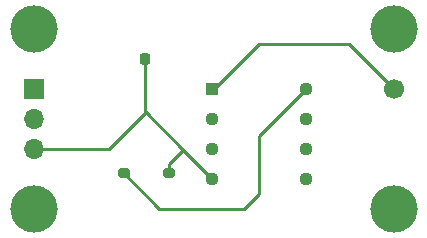
<source format=gbr>
%TF.GenerationSoftware,KiCad,Pcbnew,6.0.11+dfsg-1*%
%TF.CreationDate,2025-05-12T20:35:14-06:00*%
%TF.ProjectId,voltage_mapper,766f6c74-6167-4655-9f6d-61707065722e,rev?*%
%TF.SameCoordinates,Original*%
%TF.FileFunction,Copper,L2,Bot*%
%TF.FilePolarity,Positive*%
%FSLAX46Y46*%
G04 Gerber Fmt 4.6, Leading zero omitted, Abs format (unit mm)*
G04 Created by KiCad (PCBNEW 6.0.11+dfsg-1) date 2025-05-12 20:35:14*
%MOMM*%
%LPD*%
G01*
G04 APERTURE LIST*
G04 Aperture macros list*
%AMRoundRect*
0 Rectangle with rounded corners*
0 $1 Rounding radius*
0 $2 $3 $4 $5 $6 $7 $8 $9 X,Y pos of 4 corners*
0 Add a 4 corners polygon primitive as box body*
4,1,4,$2,$3,$4,$5,$6,$7,$8,$9,$2,$3,0*
0 Add four circle primitives for the rounded corners*
1,1,$1+$1,$2,$3*
1,1,$1+$1,$4,$5*
1,1,$1+$1,$6,$7*
1,1,$1+$1,$8,$9*
0 Add four rect primitives between the rounded corners*
20,1,$1+$1,$2,$3,$4,$5,0*
20,1,$1+$1,$4,$5,$6,$7,0*
20,1,$1+$1,$6,$7,$8,$9,0*
20,1,$1+$1,$8,$9,$2,$3,0*%
G04 Aperture macros list end*
%TA.AperFunction,ComponentPad*%
%ADD10C,1.700000*%
%TD*%
%TA.AperFunction,ComponentPad*%
%ADD11R,1.700000X1.700000*%
%TD*%
%TA.AperFunction,ComponentPad*%
%ADD12O,1.700000X1.700000*%
%TD*%
%TA.AperFunction,ComponentPad*%
%ADD13RoundRect,0.200000X-0.275000X0.200000X-0.275000X-0.200000X0.275000X-0.200000X0.275000X0.200000X0*%
%TD*%
%TA.AperFunction,ComponentPad*%
%ADD14RoundRect,0.218750X0.218750X0.256250X-0.218750X0.256250X-0.218750X-0.256250X0.218750X-0.256250X0*%
%TD*%
%TA.AperFunction,ComponentPad*%
%ADD15R,1.130000X1.130000*%
%TD*%
%TA.AperFunction,ComponentPad*%
%ADD16C,1.130000*%
%TD*%
%TA.AperFunction,ViaPad*%
%ADD17C,4.000000*%
%TD*%
%TA.AperFunction,Conductor*%
%ADD18C,0.250000*%
%TD*%
G04 APERTURE END LIST*
D10*
%TO.P,J2,1,Pin_1*%
%TO.N,/OUT1*%
X157480000Y-93980000D03*
%TD*%
D11*
%TO.P,J1,1,Pin_1*%
%TO.N,+5V*%
X127000000Y-93995000D03*
D12*
%TO.P,J1,2,Pin_2*%
%TO.N,+15V*%
X127000000Y-96535000D03*
%TO.P,J1,3,Pin_3*%
%TO.N,GND*%
X127000000Y-99075000D03*
%TD*%
D13*
%TO.P,R4,2*%
%TO.N,GND*%
X138430000Y-101155000D03*
%TD*%
D14*
%TO.P,Z1,2,A*%
%TO.N,GND*%
X136372500Y-91440000D03*
%TD*%
D15*
%TO.P,LM358,1,OUT1*%
%TO.N,/OUT1*%
X142080000Y-93980000D03*
D16*
%TO.P,LM358,2,IN1-*%
%TO.N,Net-(LM1-Pad2)*%
X142080000Y-96520000D03*
%TO.P,LM358,3,IN1+*%
%TO.N,Net-(LM1-Pad3)*%
X142080000Y-99060000D03*
%TO.P,LM358,4,V-*%
%TO.N,GND*%
X142080000Y-101600000D03*
%TO.P,LM358,5,IN2+*%
%TO.N,unconnected-(LM1-Pad5)*%
X150020000Y-101600000D03*
%TO.P,LM358,6,IN2-*%
%TO.N,unconnected-(LM1-Pad6)*%
X150020000Y-99060000D03*
%TO.P,LM358,7,OUT2*%
%TO.N,unconnected-(LM1-Pad7)*%
X150020000Y-96520000D03*
%TO.P,LM358,8,V+*%
%TO.N,+15V*%
X150020000Y-93980000D03*
%TD*%
D13*
%TO.P,R2,2*%
%TO.N,+15V*%
X134620000Y-101155000D03*
%TD*%
D17*
%TO.N,*%
X157480000Y-88900000D03*
X157480000Y-104140000D03*
X127000000Y-104140000D03*
X127000000Y-88900000D03*
%TD*%
D18*
%TO.N,/OUT1*%
X142080000Y-93980000D02*
X142240000Y-93980000D01*
X142240000Y-93980000D02*
X146050000Y-90170000D01*
X146050000Y-90170000D02*
X153670000Y-90170000D01*
X153670000Y-90170000D02*
X157480000Y-93980000D01*
%TO.N,GND*%
X127000000Y-99075000D02*
X133335000Y-99075000D01*
X133335000Y-99075000D02*
X136372500Y-96037500D01*
X136372500Y-91440000D02*
X136372500Y-95892500D01*
%TO.N,+15V*%
X134620000Y-101155000D02*
X137605000Y-104140000D01*
X137605000Y-104140000D02*
X144780000Y-104140000D01*
X146050000Y-97950000D02*
X150020000Y-93980000D01*
X144780000Y-104140000D02*
X146050000Y-102870000D01*
X146050000Y-102870000D02*
X146050000Y-97950000D01*
%TO.N,GND*%
X136372500Y-95892500D02*
X139620000Y-99140000D01*
X138430000Y-101155000D02*
X138430000Y-100330000D01*
X139620000Y-99140000D02*
X142080000Y-101600000D01*
X138430000Y-100330000D02*
X139620000Y-99140000D01*
X136372500Y-95892500D02*
X136372500Y-96037500D01*
%TD*%
M02*

</source>
